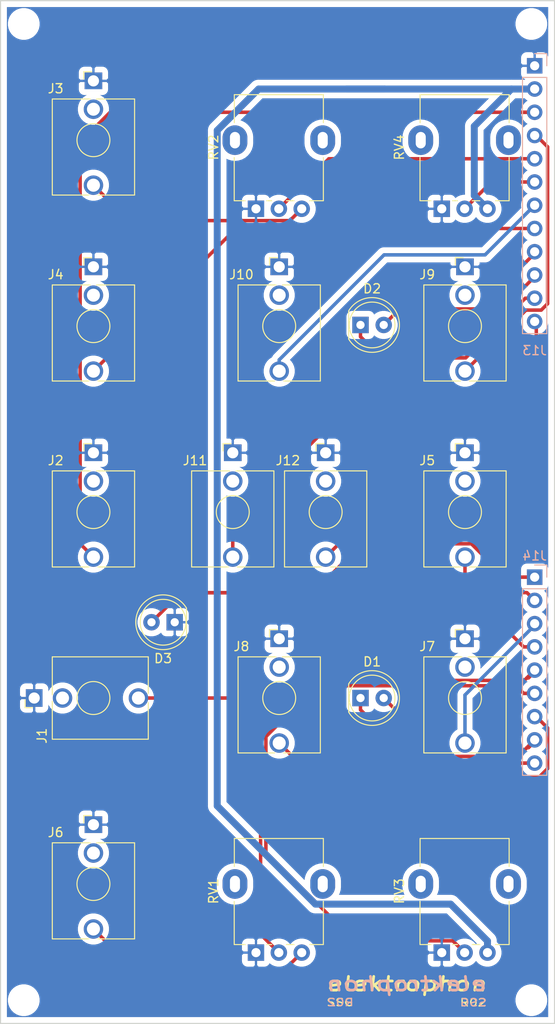
<source format=kicad_pcb>
(kicad_pcb (version 20221018) (generator pcbnew)
  (title_block (title "Smooth and Stepped Generator") (date "2020-05-24") (rev "02") (comment 1 "Original design by Ken Stone") (comment 2 "PCB for mount circuit") (comment 4 "License CC BY 4.0 - Attribution 4.0 International"))
  (layers (0 "F.Cu" signal) (31 "B.Cu" signal) (34 "B.Paste" user) (35 "F.Paste" user) (36 "B.SilkS" user "B.Silkscreen") (37 "F.SilkS" user "F.Silkscreen") (38 "B.Mask" user) (39 "F.Mask" user) (44 "Edge.Cuts" user))
  (net 0 "")
  (net 1 "GND")
  (net 2 "-15V")
  (net 3 "LED_2_a")
  (net 4 "LED_2_b")
  (net 5 "LED_1_a")
  (net 6 "LED_1_b")
  (net 7 "LED")
  (net 8 "IN_1")
  (net 9 "VC_1")
  (net 10 "HOLD_1")
  (net 11 "IN_2")
  (net 12 "VC_2")
  (net 13 "SAMPLE_2")
  (net 14 "OUT_2")
  (net 15 "CYCLE_2")
  (net 16 "OUT_1")
  (net 17 "CYCLE_1")
  (net 18 "COUPLER_HOT")
  (net 19 "COUPLER_5V")
  (net 20 "RATE_1")
  (net 21 "RATE_2")
  (net 22 "Net-(J3-PadT)")
  (net 23 "Net-(J6-PadT)")
  (footprint "LED_THT:LED_D5.0mm" (layer "F.Cu") (at 64.77 60.833)
    (fp_text reference "D2" (at 1.27 -3.96) (layer "F.SilkS"))
    (fp_text value "LED_Dual_2pin")
    (fp_line (start -1.29 -1.545) (end -1.29 1.545) (stroke (width 0.12)) (layer "F.SilkS"))
    (fp_arc (start -1.29 -1.54483) (mid 2.072002 -2.880433) (end 4.26 0.000462) (stroke (width 0.12)) (layer "F.SilkS"))
    (fp_arc (start 4.26 -0.000462) (mid 2.072002 2.880433) (end -1.29 1.54483) (stroke (width 0.12)) (layer "F.SilkS"))
    (fp_circle (center 1.27 0) (end 3.77 0) (stroke (width 0.12)) (fill none) (layer "F.SilkS"))
    (pad "1" thru_hole rect (at 0 0) (size 1.8 1.8) (drill 0.9) (layers "*.Cu" "*.Mask") (net 6 "LED_1_b"))
    (pad "2" thru_hole circle (at 2.54 0) (size 1.8 1.8) (drill 0.9) (layers "*.Cu" "*.Mask") (net 5 "LED_1_a"))
  )
  (footprint "LED_THT:LED_D5.0mm" (layer "F.Cu") (at 64.77 101.6)
    (fp_text reference "D1" (at 1.27 -3.96) (layer "F.SilkS"))
    (fp_text value "LED_Dual_2pin")
    (fp_line (start -1.29 -1.545) (end -1.29 1.545) (stroke (width 0.12)) (layer "F.SilkS"))
    (fp_arc (start -1.29 -1.54483) (mid 2.072002 -2.880433) (end 4.26 0.000462) (stroke (width 0.12)) (layer "F.SilkS"))
    (fp_arc (start 4.26 -0.000462) (mid 2.072002 2.880433) (end -1.29 1.54483) (stroke (width 0.12)) (layer "F.SilkS"))
    (fp_circle (center 1.27 0) (end 3.77 0) (stroke (width 0.12)) (fill none) (layer "F.SilkS"))
    (pad "1" thru_hole rect (at 0 0) (size 1.8 1.8) (drill 0.9) (layers "*.Cu" "*.Mask") (net 4 "LED_2_b"))
    (pad "2" thru_hole circle (at 2.54 0) (size 1.8 1.8) (drill 0.9) (layers "*.Cu" "*.Mask") (net 3 "LED_2_a"))
  )
  (footprint "elektrophon:Jack_3.5mm_WQP-PJ398SM_Vertical" (layer "F.Cu") (at 35.56 81.28)
    (fp_text reference "J2" (at -4.13 -5.63) (layer "F.SilkS"))
    (fp_text value "IN")
    (fp_line (start -4.5 -4.5) (end -4.5 6) (stroke (width 0.12)) (layer "F.SilkS"))
    (fp_line (start -1.06 -7.48) (end -1.06 -6.68) (stroke (width 0.12)) (layer "F.SilkS"))
    (fp_line (start -1.06 -7.48) (end -0.2 -7.48) (stroke (width 0.12)) (layer "F.SilkS"))
    (fp_line (start -0.5 6) (end -4.5 6) (stroke (width 0.12)) (layer "F.SilkS"))
    (fp_line (start -0.35 -4.5) (end -4.5 -4.5) (stroke (width 0.12)) (layer "F.SilkS"))
    (fp_line (start 4.5 -4.5) (end 0.35 -4.5) (stroke (width 0.12)) (layer "F.SilkS"))
    (fp_line (start 4.5 -4.5) (end 4.5 6) (stroke (width 0.12)) (layer "F.SilkS"))
    (fp_line (start 4.5 6) (end 0.5 6) (stroke (width 0.12)) (layer "F.SilkS"))
    (fp_circle (center 0 0) (end 1.8 0) (stroke (width 0.12)) (fill none) (layer "F.SilkS"))
    (pad "S" thru_hole rect (at 0 -6.48 180) (size 1.93 1.83) (drill 1.22) (layers "*.Cu" "*.Mask") (net 1 "GND"))
    (pad "T" thru_hole circle (at 0 4.92 180) (size 2.13 2.13) (drill 1.43) (layers "*.Cu" "*.Mask") (net 8 "IN_1"))
    (pad "TN" thru_hole circle (at 0 -3.38 180) (size 2.13 2.13) (drill 1.42) (layers "*.Cu" "*.Mask"))
  )
  (footprint "elektrophon:Jack_3.5mm_WQP-PJ398SM_Vertical" (layer "F.Cu") (at 35.56 40.64)
    (fp_text reference "J3" (at -4.13 -5.63) (layer "F.SilkS"))
    (fp_text value "VC")
    (fp_line (start -4.5 -4.5) (end -4.5 6) (stroke (width 0.12)) (layer "F.SilkS"))
    (fp_line (start -1.06 -7.48) (end -1.06 -6.68) (stroke (width 0.12)) (layer "F.SilkS"))
    (fp_line (start -1.06 -7.48) (end -0.2 -7.48) (stroke (width 0.12)) (layer "F.SilkS"))
    (fp_line (start -0.5 6) (end -4.5 6) (stroke (width 0.12)) (layer "F.SilkS"))
    (fp_line (start -0.35 -4.5) (end -4.5 -4.5) (stroke (width 0.12)) (layer "F.SilkS"))
    (fp_line (start 4.5 -4.5) (end 0.35 -4.5) (stroke (width 0.12)) (layer "F.SilkS"))
    (fp_line (start 4.5 -4.5) (end 4.5 6) (stroke (width 0.12)) (layer "F.SilkS"))
    (fp_line (start 4.5 6) (end 0.5 6) (stroke (width 0.12)) (layer "F.SilkS"))
    (fp_circle (center 0 0) (end 1.8 0) (stroke (width 0.12)) (fill none) (layer "F.SilkS"))
    (pad "S" thru_hole rect (at 0 -6.48 180) (size 1.93 1.83) (drill 1.22) (layers "*.Cu" "*.Mask") (net 1 "GND"))
    (pad "T" thru_hole circle (at 0 4.92 180) (size 2.13 2.13) (drill 1.43) (layers "*.Cu" "*.Mask") (net 22 "Net-(J3-PadT)"))
    (pad "TN" thru_hole circle (at 0 -3.38 180) (size 2.13 2.13) (drill 1.42) (layers "*.Cu" "*.Mask"))
  )
  (footprint "elektrophon:Jack_3.5mm_WQP-PJ398SM_Vertical" (layer "F.Cu") (at 35.56 60.96)
    (fp_text reference "J4" (at -4.13 -5.63) (layer "F.SilkS"))
    (fp_text value "HOLD")
    (fp_line (start -4.5 -4.5) (end -4.5 6) (stroke (width 0.12)) (layer "F.SilkS"))
    (fp_line (start -1.06 -7.48) (end -1.06 -6.68) (stroke (width 0.12)) (layer "F.SilkS"))
    (fp_line (start -1.06 -7.48) (end -0.2 -7.48) (stroke (width 0.12)) (layer "F.SilkS"))
    (fp_line (start -0.5 6) (end -4.5 6) (stroke (width 0.12)) (layer "F.SilkS"))
    (fp_line (start -0.35 -4.5) (end -4.5 -4.5) (stroke (width 0.12)) (layer "F.SilkS"))
    (fp_line (start 4.5 -4.5) (end 0.35 -4.5) (stroke (width 0.12)) (layer "F.SilkS"))
    (fp_line (start 4.5 -4.5) (end 4.5 6) (stroke (width 0.12)) (layer "F.SilkS"))
    (fp_line (start 4.5 6) (end 0.5 6) (stroke (width 0.12)) (layer "F.SilkS"))
    (fp_circle (center 0 0) (end 1.8 0) (stroke (width 0.12)) (fill none) (layer "F.SilkS"))
    (pad "S" thru_hole rect (at 0 -6.48 180) (size 1.93 1.83) (drill 1.22) (layers "*.Cu" "*.Mask") (net 1 "GND"))
    (pad "T" thru_hole circle (at 0 4.92 180) (size 2.13 2.13) (drill 1.43) (layers "*.Cu" "*.Mask") (net 10 "HOLD_1"))
    (pad "TN" thru_hole circle (at 0 -3.38 180) (size 2.13 2.13) (drill 1.42) (layers "*.Cu" "*.Mask"))
  )
  (footprint "elektrophon:Jack_3.5mm_WQP-PJ398SM_Vertical" (layer "F.Cu") (at 76.2 81.28)
    (fp_text reference "J5" (at -4.13 -5.63) (layer "F.SilkS"))
    (fp_text value "IN")
    (fp_line (start -4.5 -4.5) (end -4.5 6) (stroke (width 0.12)) (layer "F.SilkS"))
    (fp_line (start -1.06 -7.48) (end -1.06 -6.68) (stroke (width 0.12)) (layer "F.SilkS"))
    (fp_line (start -1.06 -7.48) (end -0.2 -7.48) (stroke (width 0.12)) (layer "F.SilkS"))
    (fp_line (start -0.5 6) (end -4.5 6) (stroke (width 0.12)) (layer "F.SilkS"))
    (fp_line (start -0.35 -4.5) (end -4.5 -4.5) (stroke (width 0.12)) (layer "F.SilkS"))
    (fp_line (start 4.5 -4.5) (end 0.35 -4.5) (stroke (width 0.12)) (layer "F.SilkS"))
    (fp_line (start 4.5 -4.5) (end 4.5 6) (stroke (width 0.12)) (layer "F.SilkS"))
    (fp_line (start 4.5 6) (end 0.5 6) (stroke (width 0.12)) (layer "F.SilkS"))
    (fp_circle (center 0 0) (end 1.8 0) (stroke (width 0.12)) (fill none) (layer "F.SilkS"))
    (pad "S" thru_hole rect (at 0 -6.48 180) (size 1.93 1.83) (drill 1.22) (layers "*.Cu" "*.Mask") (net 1 "GND"))
    (pad "T" thru_hole circle (at 0 4.92 180) (size 2.13 2.13) (drill 1.43) (layers "*.Cu" "*.Mask") (net 11 "IN_2"))
    (pad "TN" thru_hole circle (at 0 -3.38 180) (size 2.13 2.13) (drill 1.42) (layers "*.Cu" "*.Mask"))
  )
  (footprint "elektrophon:Jack_3.5mm_WQP-PJ398SM_Vertical" (layer "F.Cu") (at 35.56 121.92)
    (fp_text reference "J6" (at -4.13 -5.63) (layer "F.SilkS"))
    (fp_text value "VC")
    (fp_line (start -4.5 -4.5) (end -4.5 6) (stroke (width 0.12)) (layer "F.SilkS"))
    (fp_line (start -1.06 -7.48) (end -1.06 -6.68) (stroke (width 0.12)) (layer "F.SilkS"))
    (fp_line (start -1.06 -7.48) (end -0.2 -7.48) (stroke (width 0.12)) (layer "F.SilkS"))
    (fp_line (start -0.5 6) (end -4.5 6) (stroke (width 0.12)) (layer "F.SilkS"))
    (fp_line (start -0.35 -4.5) (end -4.5 -4.5) (stroke (width 0.12)) (layer "F.SilkS"))
    (fp_line (start 4.5 -4.5) (end 0.35 -4.5) (stroke (width 0.12)) (layer "F.SilkS"))
    (fp_line (start 4.5 -4.5) (end 4.5 6) (stroke (width 0.12)) (layer "F.SilkS"))
    (fp_line (start 4.5 6) (end 0.5 6) (stroke (width 0.12)) (layer "F.SilkS"))
    (fp_circle (center 0 0) (end 1.8 0) (stroke (width 0.12)) (fill none) (layer "F.SilkS"))
    (pad "S" thru_hole rect (at 0 -6.48 180) (size 1.93 1.83) (drill 1.22) (layers "*.Cu" "*.Mask") (net 1 "GND"))
    (pad "T" thru_hole circle (at 0 4.92 180) (size 2.13 2.13) (drill 1.43) (layers "*.Cu" "*.Mask") (net 23 "Net-(J6-PadT)"))
    (pad "TN" thru_hole circle (at 0 -3.38 180) (size 2.13 2.13) (drill 1.42) (layers "*.Cu" "*.Mask"))
  )
  (footprint "elektrophon:Jack_3.5mm_WQP-PJ398SM_Vertical" (layer "F.Cu") (at 35.56 101.6 90)
    (fp_text reference "J1" (at -4.13 -5.63 90) (layer "F.SilkS"))
    (fp_text value "SAMPLE")
    (fp_line (start -4.5 -4.5) (end -4.5 6) (stroke (width 0.12)) (layer "F.SilkS"))
    (fp_line (start -1.06 -7.48) (end -1.06 -6.68) (stroke (width 0.12)) (layer "F.SilkS"))
    (fp_line (start -1.06 -7.48) (end -0.2 -7.48) (stroke (width 0.12)) (layer "F.SilkS"))
    (fp_line (start -0.5 6) (end -4.5 6) (stroke (width 0.12)) (layer "F.SilkS"))
    (fp_line (start -0.35 -4.5) (end -4.5 -4.5) (stroke (width 0.12)) (layer "F.SilkS"))
    (fp_line (start 4.5 -4.5) (end 0.35 -4.5) (stroke (width 0.12)) (layer "F.SilkS"))
    (fp_line (start 4.5 -4.5) (end 4.5 6) (stroke (width 0.12)) (layer "F.SilkS"))
    (fp_line (start 4.5 6) (end 0.5 6) (stroke (width 0.12)) (layer "F.SilkS"))
    (fp_circle (center 0 0) (end 1.8 0) (stroke (width 0.12)) (fill none) (layer "F.SilkS"))
    (pad "S" thru_hole rect (at 0 -6.48 270) (size 1.93 1.83) (drill 1.22) (layers "*.Cu" "*.Mask") (net 1 "GND"))
    (pad "T" thru_hole circle (at 0 4.92 270) (size 2.13 2.13) (drill 1.43) (layers "*.Cu" "*.Mask") (net 13 "SAMPLE_2"))
    (pad "TN" thru_hole circle (at 0 -3.38 270) (size 2.13 2.13) (drill 1.42) (layers "*.Cu" "*.Mask"))
  )
  (footprint "elektrophon:Jack_3.5mm_WQP-PJ398SM_Vertical" (layer "F.Cu") (at 76.2 60.96)
    (fp_text reference "J9" (at -4.13 -5.63) (layer "F.SilkS"))
    (fp_text value "OUT")
    (fp_line (start -4.5 -4.5) (end -4.5 6) (stroke (width 0.12)) (layer "F.SilkS"))
    (fp_line (start -1.06 -7.48) (end -1.06 -6.68) (stroke (width 0.12)) (layer "F.SilkS"))
    (fp_line (start -1.06 -7.48) (end -0.2 -7.48) (stroke (width 0.12)) (layer "F.SilkS"))
    (fp_line (start -0.5 6) (end -4.5 6) (stroke (width 0.12)) (layer "F.SilkS"))
    (fp_line (start -0.35 -4.5) (end -4.5 -4.5) (stroke (width 0.12)) (layer "F.SilkS"))
    (fp_line (start 4.5 -4.5) (end 0.35 -4.5) (stroke (width 0.12)) (layer "F.SilkS"))
    (fp_line (start 4.5 -4.5) (end 4.5 6) (stroke (width 0.12)) (layer "F.SilkS"))
    (fp_line (start 4.5 6) (end 0.5 6) (stroke (width 0.12)) (layer "F.SilkS"))
    (fp_circle (center 0 0) (end 1.8 0) (stroke (width 0.12)) (fill none) (layer "F.SilkS"))
    (pad "S" thru_hole rect (at 0 -6.48 180) (size 1.93 1.83) (drill 1.22) (layers "*.Cu" "*.Mask") (net 1 "GND"))
    (pad "T" thru_hole circle (at 0 4.92 180) (size 2.13 2.13) (drill 1.43) (layers "*.Cu" "*.Mask") (net 16 "OUT_1"))
    (pad "TN" thru_hole circle (at 0 -3.38 180) (size 2.13 2.13) (drill 1.42) (layers "*.Cu" "*.Mask"))
  )
  (footprint "elektrophon:Jack_3.5mm_WQP-PJ398SM_Vertical" (layer "F.Cu") (at 55.88 60.96)
    (fp_text reference "J10" (at -4.13 -5.63) (layer "F.SilkS"))
    (fp_text value "CYCLE")
    (fp_line (start -4.5 -4.5) (end -4.5 6) (stroke (width 0.12)) (layer "F.SilkS"))
    (fp_line (start -1.06 -7.48) (end -1.06 -6.68) (stroke (width 0.12)) (layer "F.SilkS"))
    (fp_line (start -1.06 -7.48) (end -0.2 -7.48) (stroke (width 0.12)) (layer "F.SilkS"))
    (fp_line (start -0.5 6) (end -4.5 6) (stroke (width 0.12)) (layer "F.SilkS"))
    (fp_line (start -0.35 -4.5) (end -4.5 -4.5) (stroke (width 0.12)) (layer "F.SilkS"))
    (fp_line (start 4.5 -4.5) (end 0.35 -4.5) (stroke (width 0.12)) (layer "F.SilkS"))
    (fp_line (start 4.5 -4.5) (end 4.5 6) (stroke (width 0.12)) (layer "F.SilkS"))
    (fp_line (start 4.5 6) (end 0.5 6) (stroke (width 0.12)) (layer "F.SilkS"))
    (fp_circle (center 0 0) (end 1.8 0) (stroke (width 0.12)) (fill none) (layer "F.SilkS"))
    (pad "S" thru_hole rect (at 0 -6.48 180) (size 1.93 1.83) (drill 1.22) (layers "*.Cu" "*.Mask") (net 1 "GND"))
    (pad "T" thru_hole circle (at 0 4.92 180) (size 2.13 2.13) (drill 1.43) (layers "*.Cu" "*.Mask") (net 17 "CYCLE_1"))
    (pad "TN" thru_hole circle (at 0 -3.38 180) (size 2.13 2.13) (drill 1.42) (layers "*.Cu" "*.Mask"))
  )
  (footprint "elektrophon:Jack_3.5mm_WQP-PJ398SM_Vertical" (layer "F.Cu") (at 50.8 81.28)
    (fp_text reference "J11" (at -4.13 -5.63) (layer "F.SilkS"))
    (fp_text value "HOT")
    (fp_line (start -4.5 -4.5) (end -4.5 6) (stroke (width 0.12)) (layer "F.SilkS"))
    (fp_line (start -1.06 -7.48) (end -1.06 -6.68) (stroke (width 0.12)) (layer "F.SilkS"))
    (fp_line (start -1.06 -7.48) (end -0.2 -7.48) (stroke (width 0.12)) (layer "F.SilkS"))
    (fp_line (start -0.5 6) (end -4.5 6) (stroke (width 0.12)) (layer "F.SilkS"))
    (fp_line (start -0.35 -4.5) (end -4.5 -4.5) (stroke (width 0.12)) (layer "F.SilkS"))
    (fp_line (start 4.5 -4.5) (end 0.35 -4.5) (stroke (width 0.12)) (layer "F.SilkS"))
    (fp_line (start 4.5 -4.5) (end 4.5 6) (stroke (width 0.12)) (layer "F.SilkS"))
    (fp_line (start 4.5 6) (end 0.5 6) (stroke (width 0.12)) (layer "F.SilkS"))
    (fp_circle (center 0 0) (end 1.8 0) (stroke (width 0.12)) (fill none) (layer "F.SilkS"))
    (pad "S" thru_hole rect (at 0 -6.48 180) (size 1.93 1.83) (drill 1.22) (layers "*.Cu" "*.Mask") (net 1 "GND"))
    (pad "T" thru_hole circle (at 0 4.92 180) (size 2.13 2.13) (drill 1.43) (layers "*.Cu" "*.Mask") (net 18 "COUPLER_HOT"))
    (pad "TN" thru_hole circle (at 0 -3.38 180) (size 2.13 2.13) (drill 1.42) (layers "*.Cu" "*.Mask"))
  )
  (footprint "elektrophon:Jack_3.5mm_WQP-PJ398SM_Vertical" (layer "F.Cu") (at 60.96 81.28)
    (fp_text reference "J12" (at -4.13 -5.63) (layer "F.SilkS"))
    (fp_text value "5V")
    (fp_line (start -4.5 -4.5) (end -4.5 6) (stroke (width 0.12)) (layer "F.SilkS"))
    (fp_line (start -1.06 -7.48) (end -1.06 -6.68) (stroke (width 0.12)) (layer "F.SilkS"))
    (fp_line (start -1.06 -7.48) (end -0.2 -7.48) (stroke (width 0.12)) (layer "F.SilkS"))
    (fp_line (start -0.5 6) (end -4.5 6) (stroke (width 0.12)) (layer "F.SilkS"))
    (fp_line (start -0.35 -4.5) (end -4.5 -4.5) (stroke (width 0.12)) (layer "F.SilkS"))
    (fp_line (start 4.5 -4.5) (end 0.35 -4.5) (stroke (width 0.12)) (layer "F.SilkS"))
    (fp_line (start 4.5 -4.5) (end 4.5 6) (stroke (width 0.12)) (layer "F.SilkS"))
    (fp_line (start 4.5 6) (end 0.5 6) (stroke (width 0.12)) (layer "F.SilkS"))
    (fp_circle (center 0 0) (end 1.8 0) (stroke (width 0.12)) (fill none) (layer "F.SilkS"))
    (pad "S" thru_hole rect (at 0 -6.48 180) (size 1.93 1.83) (drill 1.22) (layers "*.Cu" "*.Mask") (net 1 "GND"))
    (pad "T" thru_hole circle (at 0 4.92 180) (size 2.13 2.13) (drill 1.43) (layers "*.Cu" "*.Mask") (net 19 "COUPLER_5V"))
    (pad "TN" thru_hole circle (at 0 -3.38 180) (size 2.13 2.13) (drill 1.42) (layers "*.Cu" "*.Mask"))
  )
  (footprint "elektrophon:Jack_3.5mm_WQP-PJ398SM_Vertical" (layer "F.Cu") (at 55.88 101.6)
    (fp_text reference "J8" (at -4.13 -5.63) (layer "F.SilkS"))
    (fp_text value "CYCLE")
    (fp_line (start -4.5 -4.5) (end -4.5 6) (stroke (width 0.12)) (layer "F.SilkS"))
    (fp_line (start -1.06 -7.48) (end -1.06 -6.68) (stroke (width 0.12)) (layer "F.SilkS"))
    (fp_line (start -1.06 -7.48) (end -0.2 -7.48) (stroke (width 0.12)) (layer "F.SilkS"))
    (fp_line (start -0.5 6) (end -4.5 6) (stroke (width 0.12)) (layer "F.SilkS"))
    (fp_line (start -0.35 -4.5) (end -4.5 -4.5) (stroke (width 0.12)) (layer "F.SilkS"))
    (fp_line (start 4.5 -4.5) (end 0.35 -4.5) (stroke (width 0.12)) (layer "F.SilkS"))
    (fp_line (start 4.5 -4.5) (end 4.5 6) (stroke (width 0.12)) (layer "F.SilkS"))
    (fp_line (start 4.5 6) (end 0.5 6) (stroke (width 0.12)) (layer "F.SilkS"))
    (fp_circle (center 0 0) (end 1.8 0) (stroke (width 0.12)) (fill none) (layer "F.SilkS"))
    (pad "S" thru_hole rect (at 0 -6.48 180) (size 1.93 1.83) (drill 1.22) (layers "*.Cu" "*.Mask") (net 1 "GND"))
    (pad "T" thru_hole circle (at 0 4.92 180) (size 2.13 2.13) (drill 1.43) (layers "*.Cu" "*.Mask") (net 15 "CYCLE_2"))
    (pad "TN" thru_hole circle (at 0 -3.38 180) (size 2.13 2.13) (drill 1.42) (layers "*.Cu" "*.Mask"))
  )
  (footprint "elektrophon:Jack_3.5mm_WQP-PJ398SM_Vertical" (layer "F.Cu") (at 76.2 101.6)
    (fp_text reference "J7" (at -4.13 -5.63) (layer "F.SilkS"))
    (fp_text value "OUT")
    (fp_line (start -4.5 -4.5) (end -4.5 6) (stroke (width 0.12)) (layer "F.SilkS"))
    (fp_line (start -1.06 -7.48) (end -1.06 -6.68) (stroke (width 0.12)) (layer "F.SilkS"))
    (fp_line (start -1.06 -7.48) (end -0.2 -7.48) (stroke (width 0.12)) (layer "F.SilkS"))
    (fp_line (start -0.5 6) (end -4.5 6) (stroke (width 0.12)) (layer "F.SilkS"))
    (fp_line (start -0.35 -4.5) (end -4.5 -4.5) (stroke (width 0.12)) (layer "F.SilkS"))
    (fp_line (start 4.5 -4.5) (end 0.35 -4.5) (stroke (width 0.12)) (layer "F.SilkS"))
    (fp_line (start 4.5 -4.5) (end 4.5 6) (stroke (width 0.12)) (layer "F.SilkS"))
    (fp_line (start 4.5 6) (end 0.5 6) (stroke (width 0.12)) (layer "F.SilkS"))
    (fp_circle (center 0 0) (end 1.8 0) (stroke (width 0.12)) (fill none) (layer "F.SilkS"))
    (pad "S" thru_hole rect (at 0 -6.48 180) (size 1.93 1.83) (drill 1.22) (layers "*.Cu" "*.Mask") (net 1 "GND"))
    (pad "T" thru_hole circle (at 0 4.92 180) (size 2.13 2.13) (drill 1.43) (layers "*.Cu" "*.Mask") (net 14 "OUT_2"))
    (pad "TN" thru_hole circle (at 0 -3.38 180) (size 2.13 2.13) (drill 1.42) (layers "*.Cu" "*.Mask"))
  )
  (footprint "elektrophon:Potentiometer_Alpha_RD901F-40-00D_Single_Vertical" (layer "F.Cu") (at 55.88 40.64 90)
    (fp_text reference "RV2" (at -0.79 -7.18 270) (layer "F.SilkS"))
    (fp_text value "50k")
    (fp_line (start -6.62 -4.92) (end -1.9 -4.92) (stroke (width 0.12)) (layer "F.SilkS"))
    (fp_line (start -6.62 -3.73) (end -6.62 -4.91) (stroke (width 0.12)) (layer "F.SilkS"))
    (fp_line (start -6.62 -0.83) (end -6.62 -1.36) (stroke (width 0.12)) (layer "F.SilkS"))
    (fp_line (start -6.62 1.62) (end -6.62 0.79) (stroke (width 0.12)) (layer "F.SilkS"))
    (fp_line (start -6.62 4.83) (end -6.62 3.34) (stroke (width 0.12)) (layer "F.SilkS"))
    (fp_line (start -6.62 4.83) (end -1.9 4.83) (stroke (width 0.12)) (layer "F.SilkS"))
    (fp_line (start 1.91 -4.91) (end 4.97 -4.91) (stroke (width 0.12)) (layer "F.SilkS"))
    (fp_line (start 1.91 4.83) (end 4.97 4.83) (stroke (width 0.12)) (layer "F.SilkS"))
    (fp_line (start 4.97 4.83) (end 4.97 -4.91) (stroke (width 0.12)) (layer "F.SilkS"))
    (pad "" thru_hole oval (at 0 -4.84 180) (size 2.72 3.24) (drill oval 1.1 1.8) (layers "*.Cu" "*.Mask"))
    (pad "" thru_hole oval (at 0 4.76 180) (size 2.72 3.24) (drill oval 1.1 1.8) (layers "*.Cu" "*.Mask"))
    (pad "1" thru_hole rect (at -7.5 -2.54 180) (size 1.8 1.8) (drill 1) (layers "*.Cu" "*.Mask") (net 1 "GND"))
    (pad "2" thru_hole circle (at -7.5 -0.04 180) (size 1.8 1.8) (drill 1) (layers "*.Cu" "*.Mask") (net 9 "VC_1"))
    (pad "3" thru_hole circle (at -7.5 2.46 180) (size 1.8 1.8) (drill 1) (layers "*.Cu" "*.Mask") (net 22 "Net-(J3-PadT)"))
  )
  (footprint "elektrophon:Potentiometer_Alpha_RD901F-40-00D_Single_Vertical" (layer "F.Cu") (at 55.88 121.92 90)
    (fp_text reference "RV1" (at -0.79 -7.18 270) (layer "F.SilkS"))
    (fp_text value "50k")
    (fp_line (start -6.62 -4.92) (end -1.9 -4.92) (stroke (width 0.12)) (layer "F.SilkS"))
    (fp_line (start -6.62 -3.73) (end -6.62 -4.91) (stroke (width 0.12)) (layer "F.SilkS"))
    (fp_line (start -6.62 -0.83) (end -6.62 -1.36) (stroke (width 0.12)) (layer "F.SilkS"))
    (fp_line (start -6.62 1.62) (end -6.62 0.79) (stroke (width 0.12)) (layer "F.SilkS"))
    (fp_line (start -6.62 4.83) (end -6.62 3.34) (stroke (width 0.12)) (layer "F.SilkS"))
    (fp_line (start -6.62 4.83) (end -1.9 4.83) (stroke (width 0.12)) (layer "F.SilkS"))
    (fp_line (start 1.91 -4.91) (end 4.97 -4.91) (stroke (width 0.12)) (layer "F.SilkS"))
    (fp_line (start 1.91 4.83) (end 4.97 4.83) (stroke (width 0.12)) (layer "F.SilkS"))
    (fp_line (start 4.97 4.83) (end 4.97 -4.91) (stroke (width 0.12)) (layer "F.SilkS"))
    (pad "" thru_hole oval (at 0 -4.84 180) (size 2.72 3.24) (drill oval 1.1 1.8) (layers "*.Cu" "*.Mask"))
    (pad "" thru_hole oval (at 0 4.76 180) (size 2.72 3.24) (drill oval 1.1 1.8) (layers "*.Cu" "*.Mask"))
    (pad "1" thru_hole rect (at -7.5 -2.54 180) (size 1.8 1.8) (drill 1) (layers "*.Cu" "*.Mask") (net 1 "GND"))
    (pad "2" thru_hole circle (at -7.5 -0.04 180) (size 1.8 1.8) (drill 1) (layers "*.Cu" "*.Mask") (net 12 "VC_2"))
    (pad "3" thru_hole circle (at -7.5 2.46 180) (size 1.8 1.8) (drill 1) (layers "*.Cu" "*.Mask") (net 23 "Net-(J6-PadT)"))
  )
  (footprint "LED_THT:LED_D5.0mm" (layer "F.Cu") (at 44.45 93.32 180)
    (fp_text reference "D3" (at 1.27 -3.96) (layer "F.SilkS"))
    (fp_text value "LED")
    (fp_line (start -1.29 -1.545) (end -1.29 1.545) (stroke (width 0.12)) (layer "F.SilkS"))
    (fp_arc (start -1.29 -1.54483) (mid 2.072002 -2.880433) (end 4.26 0.000462) (stroke (width 0.12)) (layer "F.SilkS"))
    (fp_arc (start 4.26 -0.000462) (mid 2.072002 2.880433) (end -1.29 1.54483) (stroke (width 0.12)) (layer "F.SilkS"))
    (fp_circle (center 1.27 0) (end 3.77 0) (stroke (width 0.12)) (fill none) (layer "F.SilkS"))
    (pad "1" thru_hole rect (at 0 0 180) (size 1.8 1.8) (drill 0.9) (layers "*.Cu" "*.Mask") (net 1 "GND"))
    (pad "2" thru_hole circle (at 2.54 0 180) (size 1.8 1.8) (drill 0.9) (layers "*.Cu" "*.Mask") (net 7 "LED"))
  )
  (footprint "MountingHole:MountingHole_2.2mm_M2" (layer "F.Cu") (at 27.94 27.94)
    (fp_text reference "REF**" hide)
    (fp_text value "MountingHole_2.2mm_M2" hide)
    (pad "" np_thru_hole circle locked (at 0 0) (size 2.2 2.2) (drill 2.2) (layers "*.Cu" "*.Mask"))
  )
  (footprint "MountingHole:MountingHole_2.2mm_M2" (layer "F.Cu") (at 83.46 134.62)
    (fp_text reference "REF**" hide)
    (fp_text value "MountingHole_2.2mm_M2" hide)
    (pad "" np_thru_hole circle locked (at 0 0) (size 2.2 2.2) (drill 2.2) (layers "*.Cu" "*.Mask"))
  )
  (footprint "elektrophon:Potentiometer_Alpha_RD901F-40-00D_Single_Vertical" (layer "F.Cu") (at 76.2 121.92 90)
    (fp_text reference "RV3" (at -0.79 -7.18 270) (layer "F.SilkS"))
    (fp_text value "50k")
    (fp_line (start -6.62 -4.92) (end -1.9 -4.92) (stroke (width 0.12)) (layer "F.SilkS"))
    (fp_line (start -6.62 -3.73) (end -6.62 -4.91) (stroke (width 0.12)) (layer "F.SilkS"))
    (fp_line (start -6.62 -0.83) (end -6.62 -1.36) (stroke (width 0.12)) (layer "F.SilkS"))
    (fp_line (start -6.62 1.62) (end -6.62 0.79) (stroke (width 0.12)) (layer "F.SilkS"))
    (fp_line (start -6.62 4.83) (end -6.62 3.34) (stroke (width 0.12)) (layer "F.SilkS"))
    (fp_line (start -6.62 4.83) (end -1.9 4.83) (stroke (width 0.12)) (layer "F.SilkS"))
    (fp_line (start 1.91 -4.91) (end 4.97 -4.91) (stroke (width 0.12)) (layer "F.SilkS"))
    (fp_line (start 1.91 4.83) (end 4.97 4.83) (stroke (width 0.12)) (layer "F.SilkS"))
    (fp_line (start 4.97 4.83) (end 4.97 -4.91) (stroke (width 0.12)) (layer "F.SilkS"))
    (pad "" thru_hole oval (at 0 -4.84 180) (size 2.72 3.24) (drill oval 1.1 1.8) (layers "*.Cu" "*.Mask"))
    (pad "" thru_hole oval (at 0 4.76 180) (size 2.72 3.24) (drill oval 1.1 1.8) (layers "*.Cu" "*.Mask"))
    (pad "1" thru_hole rect (at -7.5 -2.54 180) (size 1.8 1.8) (drill 1) (layers "*.Cu" "*.Mask") (net 1 "GND"))
    (pad "2" thru_hole circle (at -7.5 -0.04 180) (size 1.8 1.8) (drill 1) (layers "*.Cu" "*.Mask") (net 21 "RATE_2"))
    (pad "3" thru_hole circle (at -7.5 2.46 180) (size 1.8 1.8) (drill 1) (layers "*.Cu" "*.Mask") (net 2 "-15V"))
  )
  (footprint "elektrophon:Potentiometer_Alpha_RD901F-40-00D_Single_Vertical" (layer "F.Cu") (at 76.2 40.64 90)
    (fp_text reference "RV4" (at -0.79 -7.18 270) (layer "F.SilkS"))
    (fp_text value "50k")
    (fp_line (start -6.62 -4.92) (end -1.9 -4.92) (stroke (width 0.12)) (layer "F.SilkS"))
    (fp_line (start -6.62 -3.73) (end -6.62 -4.91) (stroke (width 0.12)) (layer "F.SilkS"))
    (fp_line (start -6.62 -0.83) (end -6.62 -1.36) (stroke (width 0.12)) (layer "F.SilkS"))
    (fp_line (start -6.62 1.62) (end -6.62 0.79) (stroke (width 0.12)) (layer "F.SilkS"))
    (fp_line (start -6.62 4.83) (end -6.62 3.34) (stroke (width 0.12)) (layer "F.SilkS"))
    (fp_line (start -6.62 4.83) (end -1.9 4.83) (stroke (width 0.12)) (layer "F.SilkS"))
    (fp_line (start 1.91 -4.91) (end 4.97 -4.91) (stroke (width 0.12)) (layer "F.SilkS"))
    (fp_line (start 1.91 4.83) (end 4.97 4.83) (stroke (width 0.12)) (layer "F.SilkS"))
    (fp_line (start 4.97 4.83) (end 4.97 -4.91) (stroke (width 0.12)) (layer "F.SilkS"))
    (pad "" thru_hole oval (at 0 -4.84 180) (size 2.72 3.24) (drill oval 1.1 1.8) (layers "*.Cu" "*.Mask"))
    (pad "" thru_hole oval (at 0 4.76 180) (size 2.72 3.24) (drill oval 1.1 1.8) (layers "*.Cu" "*.Mask"))
    (pad "1" thru_hole rect (at -7.5 -2.54 180) (size 1.8 1.8) (drill 1) (layers "*.Cu" "*.Mask") (net 1 "GND"))
    (pad "2" thru_hole circle (at -7.5 -0.04 180) (size 1.8 1.8) (drill 1) (layers "*.Cu" "*.Mask") (net 20 "RATE_1"))
    (pad "3" thru_hole circle (at -7.5 2.46 180) (size 1.8 1.8) (drill 1) (layers "*.Cu" "*.Mask") (net 2 "-15V"))
  )
  (footprint "elektrophon:elektrophon logo" (layer "F.Cu") (at 69.85 133.858)
    (fp_text reference "REF**" hide)
    (fp_text value "elektrophon logo" hide)
    (fp_text user "SSG" (at 8.84 1.02) (layer "B.SilkS") (effects (font (size 0.8 1)) (justify left mirror)))
    (fp_text user "elektrophon" (at 0 -1.016) (layer "B.SilkS") (effects (font (size 1.5 2) (thickness 0.3) italic) (justify mirror)))
    (fp_text user "R02" (at -8.83 1) (layer "B.SilkS") (effects (font (size 0.8 1)) (justify right mirror)))
    (fp_text user "R02" (at 8.8 1.02) (layer "F.SilkS") (effects (font (size 0.8 1)) (justify right)))
    (fp_text user "elektrophon" (at 0 -1.016) (layer "F.SilkS") (effects (font (size 1.5 2) (thickness 0.3) italic)))
    (fp_text user "SSG" (at -8.88 1) (layer "F.SilkS") (effects (font (size 0.8 1)) (justify left)))
  )
  (footprint "MountingHole:MountingHole_2.2mm_M2" (layer "F.Cu") (at 83.46 27.94)
    (fp_text reference "REF**" hide)
    (fp_text value "MountingHole_2.2mm_M2" hide)
    (pad "" np_thru_hole circle locked (at 0 0) (size 2.2 2.2) (drill 2.2) (layers "*.Cu" "*.Mask"))
  )
  (footprint "MountingHole:MountingHole_2.2mm_M2" (layer "F.Cu") (at 27.94 134.62)
    (fp_text reference "REF**" hide)
    (fp_text value "MountingHole_2.2mm_M2" hide)
    (pad "" np_thru_hole circle locked (at 0 0) (size 2.2 2.2) (drill 2.2) (layers "*.Cu" "*.Mask"))
  )
  (footprint "Connector_PinHeader_2.54mm:PinHeader_1x12_P2.54mm_Vertical" (layer "B.Cu") (at 83.82 32.512 180)
    (fp_text reference "J13" (at 0 -31.115) (layer "B.SilkS") (effects (justify mirror)))
    (fp_text value "Conn_01x12_Male" hide)
    (fp_line (start -1.33 -29.27) (end 1.33 -29.27) (stroke (width 0.12)) (layer "B.SilkS"))
    (fp_line (start -1.33 -1.27) (end -1.33 -29.27) (stroke (width 0.12)) (layer "B.SilkS"))
    (fp_line (start -1.33 -1.27) (end 1.33 -1.27) (stroke (width 0.12)) (layer "B.SilkS"))
    (fp_line (start -1.33 0) (end -1.33 1.33) (stroke (width 0.12)) (layer "B.SilkS"))
    (fp_line (start -1.33 1.33) (end 0 1.33) (stroke (width 0.12)) (layer "B.SilkS"))
    (fp_line (start 1.33 -1.27) (end 1.33 -29.27) (stroke (width 0.12)) (layer "B.SilkS"))
    (pad "1" thru_hole rect (at 0 0 180) (size 1.7 1.7) (drill 1) (layers "*.Cu" "*.Mask") (net 1 "GND"))
    (pad "2" thru_hole oval (at 0 -2.54 180) (size 1.7 1.7) (drill 1) (layers "*.Cu" "*.Mask") (net 2 "-15V"))
    (pad "3" thru_hole oval (at 0 -5.08 180) (size 1.7 1.7) (drill 1) (layers "*.Cu" "*.Mask") (net 8 "IN_1"))
    (pad "4" thru_hole oval (at 0 -7.62 180) (size 1.7 1.7) (drill 1) (layers "*.Cu" "*.Mask") (net 16 "OUT_1"))
    (pad "5" thru_hole oval (at 0 -10.16 180) (size 1.7 1.7) (drill 1) (layers "*.Cu" "*.Mask") (net 9 "VC_1"))
    (pad "6" thru_hole oval (at 0 -12.7 180) (size 1.7 1.7) (drill 1) (layers "*.Cu" "*.Mask") (net 20 "RATE_1"))
    (pad "7" thru_hole oval (at 0 -15.24 180) (size 1.7 1.7) (drill 1) (layers "*.Cu" "*.Mask") (net 17 "CYCLE_1"))
    (pad "8" thru_hole oval (at 0 -17.78 180) (size 1.7 1.7) (drill 1) (layers "*.Cu" "*.Mask") (net 10 "HOLD_1"))
    (pad "9" thru_hole oval (at 0 -20.32 180) (size 1.7 1.7) (drill 1) (layers "*.Cu" "*.Mask") (net 5 "LED_1_a"))
    (pad "10" thru_hole oval (at 0 -22.86 180) (size 1.7 1.7) (drill 1) (layers "*.Cu" "*.Mask") (net 6 "LED_1_b"))
    (pad "11" thru_hole oval (at 0 -25.4 180) (size 1.7 1.7) (drill 1) (layers "*.Cu" "*.Mask") (net 18 "COUPLER_HOT"))
    (pad "12" thru_hole oval (at 0 -27.94 180) (size 1.7 1.7) (drill 1) (layers "*.Cu" "*.Mask") (net 19 "COUPLER_5V"))
  )
  (footprint "Connector_PinHeader_2.54mm:PinHeader_1x09_P2.54mm_Vertical" (layer "B.Cu") (at 83.82 88.392 180)
    (fp_text reference "J14" (at 0 2.33) (layer "B.SilkS") (effects (justify mirror)))
    (fp_text value "Conn_01x09_Male" hide)
    (fp_line (start -1.33 -21.65) (end 1.33 -21.65) (stroke (width 0.12)) (layer "B.SilkS"))
    (fp_line (start -1.33 -1.27) (end -1.33 -21.65) (stroke (width 0.12)) (layer "B.SilkS"))
    (fp_line (start -1.33 -1.27) (end 1.33 -1.27) (stroke (width 0.12)) (layer "B.SilkS"))
    (fp_line (start -1.33 0) (end -1.33 1.33) (stroke (width 0.12)) (layer "B.SilkS"))
    (fp_line (start -1.33 1.33) (end 0 1.33) (stroke (width 0.12)) (layer "B.SilkS"))
    (fp_line (start 1.33 -1.27) (end 1.33 -21.65) (stroke (width 0.12)) (layer "B.SilkS"))
    (pad "1" thru_hole rect (at 0 0 180) (size 1.7 1.7) (drill 1) (layers "*.Cu" "*.Mask") (net 7 "LED"))
    (pad "2" thru_hole oval (at 0 -2.54 180) (size 1.7 1.7) (drill 1) (layers "*.Cu" "*.Mask") (net 13 "SAMPLE_2"))
    (pad "3" thru_hole oval (at 0 -5.08 180) (size 1.7 1.7) (drill 1) (layers "*.Cu" "*.Mask") (net 14 "OUT_2"))
    (pad "4" thru_hole oval (at 0 -7.62 180) (size 1.7 1.7) (drill 1) (layers "*.Cu" "*.Mask") (net 11 "IN_2"))
    (pad "5" thru_hole oval (at 0 -10.16 180) (size 1.7 1.7) (drill 1) (layers "*.Cu" "*.Mask") (net 12 "VC_2"))
    (pad "6" thru_hole oval (at 0 -12.7 180) (size 1.7 1.7) (drill 1) (layers "*.Cu" "*.Mask") (net 21 "RATE_2"))
    (pad "7" thru_hole oval (at 0 -15.24 180) (size 1.7 1.7) (drill 1) (layers "*.Cu" "*.Mask") (net 15 "CYCLE_2"))
    (pad "8" thru_hole oval (at 0 -17.78 180) (size 1.7 1.7) (drill 1) (layers "*.Cu" "*.Mask") (net 3 "LED_2_a"))
    (pad "9" thru_hole oval (at 0 -20.32 180) (size 1.7 1.7) (drill 1) (layers "*.Cu" "*.Mask") (net 4 "LED_2_b"))
  )
  (gr_line (start 25.4 25.4) (end 25.4 137.16) (stroke (width 0.12)) (layer "Edge.Cuts"))
  (gr_line (start 25.4 25.4) (end 86 25.4) (stroke (width 0.12)) (layer "Edge.Cuts"))
  (gr_line (start 86 137.16) (end 25.4 137.16) (stroke (width 0.12)) (layer "Edge.Cuts"))
  (gr_line (start 86 25.4) (end 86 137.16) (stroke (width 0.12)) (layer "Edge.Cuts"))
  (segment (start 77.216 46.696) (end 77.216 39.116) (width 0.762) (layer "B.Cu") (net 2))
  (segment (start 59.836008 124.12101) (end 49.09899 113.383992) (width 0.762) (layer "B.Cu") (net 2))
  (segment (start 63.222998 35.052) (end 67.4116 35.052) (width 0.762) (layer "B.Cu") (net 2))
  (segment (start 49.09899 113.383992) (end 49.09899 39.576008) (width 0.762) (layer "B.Cu") (net 2))
  (segment (start 81.28 35.052) (end 67.4116 35.052) (width 0.762) (layer "B.Cu") (net 2))
  (segment (start 77.216 39.116) (end 81.28 35.052) (width 0.762) (layer "B.Cu") (net 2))
  (segment (start 53.622998 35.052) (end 49.09899 39.576008) (width 0.762) (layer "B.Cu") (net 2))
  (segment (start 78.66 48.14) (end 77.216 46.696) (width 0.762) (layer "B.Cu") (net 2))
  (segment (start 78.66 129.42) (end 78.66 128.147208) (width 0.762) (layer "B.Cu") (net 2))
  (segment (start 83.82 35.052) (end 81.28 35.052) (width 0.762) (layer "B.Cu") (net 2))
  (segment (start 67.4116 35.052) (end 53.622998 35.052) (width 0.762) (layer "B.Cu") (net 2))
  (segment (start 74.633802 124.12101) (end 59.836008 124.12101) (width 0.762) (layer "B.Cu") (net 2))
  (segment (start 78.66 128.147208) (end 74.633802 124.12101) (width 0.762) (layer "B.Cu") (net 2))
  (segment (start 82.970001 107.021999) (end 82.7278 107.2642) (width 0.381) (layer "F.Cu") (net 3))
  (segment (start 75.158499 107.975501) (end 73.685501 107.975501) (width 0.381) (layer "F.Cu") (net 3))
  (segment (start 83.150001 107.021999) (end 82.970001 107.021999) (width 0.381) (layer "F.Cu") (net 3))
  (segment (start 73.685501 107.975501) (end 67.31 101.6) (width 0.381) (layer "F.Cu") (net 3))
  (segment (start 82.016499 107.975501) (end 75.158499 107.975501) (width 0.381) (layer "F.Cu") (net 3))
  (segment (start 75.158499 107.975501) (end 74.955501 107.975501) (width 0.381) (layer "F.Cu") (net 3))
  (segment (start 83.82 106.172) (end 82.7278 107.2642) (width 0.381) (layer "F.Cu") (net 3))
  (segment (start 82.7278 107.2642) (end 82.016499 107.975501) (width 0.381) (layer "F.Cu") (net 3))
  (segment (start 84 106.172) (end 83.150001 107.021999) (width 0.381) (layer "F.Cu") (net 3))
  (segment (start 70.601 108.712) (end 64.77 102.881) (width 0.381) (layer "F.Cu") (net 4))
  (segment (start 83.82 108.712) (end 81.9912 108.712) (width 0.381) (layer "F.Cu") (net 4))
  (segment (start 72.263 108.712) (end 70.601 108.712) (width 0.381) (layer "F.Cu") (net 4))
  (segment (start 81.9912 108.712) (end 72.263 108.712) (width 0.381) (layer "F.Cu") (net 4))
  (segment (start 64.77 102.881) (end 64.77 101.6) (width 0.381) (layer "F.Cu") (net 4))
  (segment (start 72.263 108.712) (end 71.871 108.712) (width 0.381) (layer "F.Cu") (net 4))
  (segment (start 84 108.712) (end 81.9912 108.712) (width 0.381) (layer "F.Cu") (net 4))
  (segment (start 84 52.832) (end 77.7505 59.0815) (width 0.381) (layer "F.Cu") (net 5))
  (segment (start 69.0615 59.0815) (end 67.31 60.833) (width 0.381) (layer "F.Cu") (net 5))
  (segment (start 77.7505 59.0815) (end 69.0615 59.0815) (width 0.381) (layer "F.Cu") (net 5))
  (segment (start 76.2 63.246) (end 78.232 61.214) (width 0.381) (layer "F.Cu") (net 6))
  (segment (start 64.77 62.114) (end 65.902 63.246) (width 0.381) (layer "F.Cu") (net 6))
  (segment (start 64.77 60.833) (end 64.77 62.114) (width 0.381) (layer "F.Cu") (net 6))
  (segment (start 65.902 63.246) (end 76.2 63.246) (width 0.381) (layer "F.Cu") (net 6))
  (segment (start 77.724 61.722) (end 78.232 61.214) (width 0.381) (layer "F.Cu") (net 6))
  (segment (start 78.232 61.214) (end 84 55.372) (width 0.381) (layer "F.Cu") (net 6))
  (segment (start 51.2318 90.0938) (end 47.500792 90.0938) (width 0.381) (layer "F.Cu") (net 7))
  (segment (start 45.1362 90.0938) (end 41.91 93.32) (width 0.381) (layer "F.Cu") (net 7))
  (segment (start 83.82 88.392) (end 82.6008 88.392) (width 0.381) (layer "F.Cu") (net 7))
  (segment (start 82.6008 88.392) (end 81.367815 88.392) (width 0.381) (layer "F.Cu") (net 7))
  (segment (start 65.518712 84.163488) (end 59.5884 90.0938) (width 0.381) (layer "F.Cu") (net 7))
  (segment (start 51.2318 90.0938) (end 45.1362 90.0938) (width 0.381) (layer "F.Cu") (net 7))
  (segment (start 84 88.392) (end 82.6008 88.392) (width 0.381) (layer "F.Cu") (net 7))
  (segment (start 59.5884 90.0938) (end 51.2318 90.0938) (width 0.381) (layer "F.Cu") (net 7))
  (segment (start 77.139303 84.163488) (end 65.518712 84.163488) (width 0.381) (layer "F.Cu") (net 7))
  (segment (start 81.367815 88.392) (end 77.139303 84.163488) (width 0.381) (layer "F.Cu") (net 7))
  (segment (start 34.104499 40.869643) (end 34.104499 84.744499) (width 0.381) (layer "F.Cu") (net 8))
  (segment (start 83.82 37.592) (end 81.8134 37.592) (width 0.381) (layer "F.Cu") (net 8))
  (segment (start 81.8134 37.592) (end 37.382142 37.592) (width 0.381) (layer "F.Cu") (net 8))
  (segment (start 84 37.592) (end 81.8134 37.592) (width 0.381) (layer "F.Cu") (net 8))
  (segment (start 37.382142 37.592) (end 34.104499 40.869643) (width 0.381) (layer "F.Cu") (net 8))
  (segment (start 34.104499 84.744499) (end 35.56 86.2) (width 0.381) (layer "F.Cu") (net 8))
  (segment (start 61.308 42.672) (end 83.82 42.672) (width 0.381) (layer "F.Cu") (net 9))
  (segment (start 55.84 48.14) (end 61.308 42.672) (width 0.381) (layer "F.Cu") (net 9))
  (segment (start 83.82 50.292) (end 51.148 50.292) (width 0.381) (layer "F.Cu") (net 10))
  (segment (start 51.148 50.292) (end 35.56 65.88) (width 0.381) (layer "F.Cu") (net 10))
  (segment (start 83.82 96.012) (end 82.931 96.012) (width 0.381) (layer "F.Cu") (net 11))
  (segment (start 76.2 89.594081) (end 76.2 86.2) (width 0.381) (layer "F.Cu") (net 11))
  (segment (start 82.931 96.012) (end 82.617919 96.012) (width 0.381) (layer "F.Cu") (net 11))
  (segment (start 84 96.012) (end 82.931 96.012) (width 0.381) (layer "F.Cu") (net 11))
  (segment (start 82.617919 96.012) (end 76.2 89.594081) (width 0.381) (layer "F.Cu") (net 11))
  (segment (start 82.970001 99.401999) (end 82.8929 99.4791) (width 0.381) (layer "F.Cu") (net 12))
  (segment (start 59.748684 99.675501) (end 53.843488 105.580697) (width 0.381) (layer "F.Cu") (net 12))
  (segment (start 83.82 98.552) (end 82.8929 99.4791) (width 0.381) (layer "F.Cu") (net 12))
  (segment (start 82.696499 99.675501) (end 59.748684 99.675501) (width 0.381) (layer "F.Cu") (net 12))
  (segment (start 83.150001 99.401999) (end 82.970001 99.401999) (width 0.381) (layer "F.Cu") (net 12))
  (segment (start 82.8929 99.4791) (end 82.696499 99.675501) (width 0.381) (layer "F.Cu") (net 12))
  (segment (start 53.843488 127.423488) (end 55.84 129.42) (width 0.381) (layer "F.Cu") (net 12))
  (segment (start 53.843488 105.580697) (end 53.843488 127.423488) (width 0.381) (layer "F.Cu") (net 12))
  (segment (start 84 98.552) (end 83.150001 99.401999) (width 0.381) (layer "F.Cu") (net 12))
  (segment (start 84 90.932) (end 83.82 90.932) (width 0.381) (layer "F.Cu") (net 13))
  (segment (start 82.236143 90.082001) (end 82.970001 90.082001) (width 0.381) (layer "F.Cu") (net 13))
  (segment (start 76.898641 84.744499) (end 82.236143 90.082001) (width 0.381) (layer "F.Cu") (net 13))
  (segment (start 82.970001 90.082001) (end 83.82 90.932) (width 0.381) (layer "F.Cu") (net 13))
  (segment (start 73.858015 84.744499) (end 76.898641 84.744499) (width 0.381) (layer "F.Cu") (net 13))
  (segment (start 57.002514 101.6) (end 73.858015 84.744499) (width 0.381) (layer "F.Cu") (net 13))
  (segment (start 40.48 101.6) (end 57.002514 101.6) (width 0.381) (layer "F.Cu") (net 13))
  (segment (start 84 93.472) (end 76.2 101.272) (width 0.381) (layer "B.Cu") (net 14))
  (segment (start 76.2 101.272) (end 76.2 106.52) (width 0.381) (layer "B.Cu") (net 14))
  (segment (start 85.240501 109.307441) (end 84.362742 110.1852) (width 0.381) (layer "F.Cu") (net 15))
  (segment (start 84.182742 110.1852) (end 82.4738 110.1852) (width 0.381) (layer "F.Cu") (net 15))
  (segment (start 82.4738 110.1852) (end 59.5452 110.1852) (width 0.381) (layer "F.Cu") (net 15))
  (segment (start 84 103.632) (end 85.240501 104.872501) (width 0.381) (layer "F.Cu") (net 15))
  (segment (start 59.5452 110.1852) (end 55.88 106.52) (width 0.381) (layer "F.Cu") (net 15))
  (segment (start 85.240501 104.872501) (end 85.240501 109.307441) (width 0.381) (layer "F.Cu") (net 15))
  (segment (start 84.362742 110.1852) (end 82.4738 110.1852) (width 0.381) (layer "F.Cu") (net 15))
  (segment (start 84.536443 59.211499) (end 82.868501 59.211499) (width 0.381) (layer "F.Cu") (net 16))
  (segment (start 84 40.132) (end 85.240501 41.372501) (width 0.381) (layer "F.Cu") (net 16))
  (segment (start 85.240501 58.507441) (end 84.536443 59.211499) (width 0.381) (layer "F.Cu") (net 16))
  (segment (start 85.240501 41.372501) (end 85.240501 58.507441) (width 0.381) (layer "F.Cu") (net 16))
  (segment (start 82.868501 59.211499) (end 76.2 65.88) (width 0.381) (layer "F.Cu") (net 16))
  (segment (start 55.88 64.643) (end 67.348501 53.174499) (width 0.381) (layer "B.Cu") (net 17))
  (segment (start 55.88 65.88) (end 55.88 64.643) (width 0.381) (layer "B.Cu") (net 17))
  (segment (start 67.348501 53.174499) (end 78.397501 53.174499) (width 0.381) (layer "B.Cu") (net 17))
  (segment (start 78.397501 53.174499) (end 83.82 47.752) (width 0.381) (layer "B.Cu") (net 17))
  (segment (start 50.8 82.377098) (end 50.8 86.2) (width 0.381) (layer "F.Cu") (net 18))
  (segment (start 84 57.912) (end 82.797919 57.912) (width 0.381) (layer "F.Cu") (net 18))
  (segment (start 68.752599 64.424499) (end 50.8 82.377098) (width 0.381) (layer "F.Cu") (net 18))
  (segment (start 73.136699 64.424499) (end 68.752599 64.424499) (width 0.381) (layer "F.Cu") (net 18))
  (segment (start 76.28542 64.424499) (end 73.136699 64.424499) (width 0.381) (layer "F.Cu") (net 18))
  (segment (start 82.797919 57.912) (end 76.28542 64.424499) (width 0.381) (layer "F.Cu") (net 18))
  (segment (start 76.10542 64.424499) (end 73.136699 64.424499) (width 0.381) (layer "F.Cu") (net 18))
  (segment (start 84 60.452) (end 84 63.16) (width 0.381) (layer "F.Cu") (net 19))
  (segment (start 84 63.16) (end 60.96 86.2) (width 0.381) (layer "F.Cu") (net 19))
  (segment (start 76.16 48.14) (end 79.088 45.212) (width 0.381) (layer "F.Cu") (net 20))
  (segment (start 79.088 45.212) (end 83.82 45.212) (width 0.381) (layer "F.Cu") (net 20))
  (segment (start 54.424499 118.440093) (end 64.113905 128.129499) (width 0.381) (layer "F.Cu") (net 21))
  (segment (start 82.617919 101.092) (end 81.782431 100.256512) (width 0.381) (layer "F.Cu") (net 21))
  (segment (start 84 101.092) (end 82.9056 101.092) (width 0.381) (layer "F.Cu") (net 21))
  (segment (start 82.9056 101.092) (end 82.617919 101.092) (width 0.381) (layer "F.Cu") (net 21))
  (segment (start 59.989346 100.256512) (end 54.424499 105.821359) (width 0.381) (layer "F.Cu") (net 21))
  (segment (start 83.82 101.092) (end 82.9056 101.092) (width 0.381) (layer "F.Cu") (net 21))
  (segment (start 81.782431 100.256512) (end 59.989346 100.256512) (width 0.381) (layer "F.Cu") (net 21))
  (segment (start 74.869499 128.129499) (end 76.16 129.42) (width 0.381) (layer "F.Cu") (net 21))
  (segment (start 64.113905 128.129499) (end 74.869499 128.129499) (width 0.381) (layer "F.Cu") (net 21))
  (segment (start 54.424499 105.821359) (end 54.424499 118.440093) (width 0.381) (layer "F.Cu") (net 21))
  (segment (start 57.049499 49.430501) (end 39.430501 49.430501) (width 0.381) (layer "F.Cu") (net 22))
  (segment (start 39.430501 49.430501) (end 35.56 45.56) (width 0.381) (layer "F.Cu") (net 22))
  (segment (start 58.34 48.14) (end 57.049499 49.430501) (width 0.381) (layer "F.Cu") (net 22))
  (segment (start 58.34 129.42) (end 54.156 133.604) (width 0.381) (layer "F.Cu") (net 23))
  (segment (start 42.324 133.604) (end 35.56 126.84) (width 0.381) (layer "F.Cu") (net 23))
  (segment (start 54.156 133.604) (end 42.324 133.604) (width 0.381) (layer "F.Cu") (net 23))
  (zone (net 1) (net_name "GND") (layer "B.Cu") (connect_pads (clearance 0.508)) (min_thickness 0.254) (fill yes (thermal_gap 0.508) (thermal_bridge_width 0.508))
    (polygon (pts (xy 25.3746 25.3238) (xy 86.0298 25.3746) (xy 86.0298 137.1092) (xy 25.4 137.16)))
  )
)
</source>
